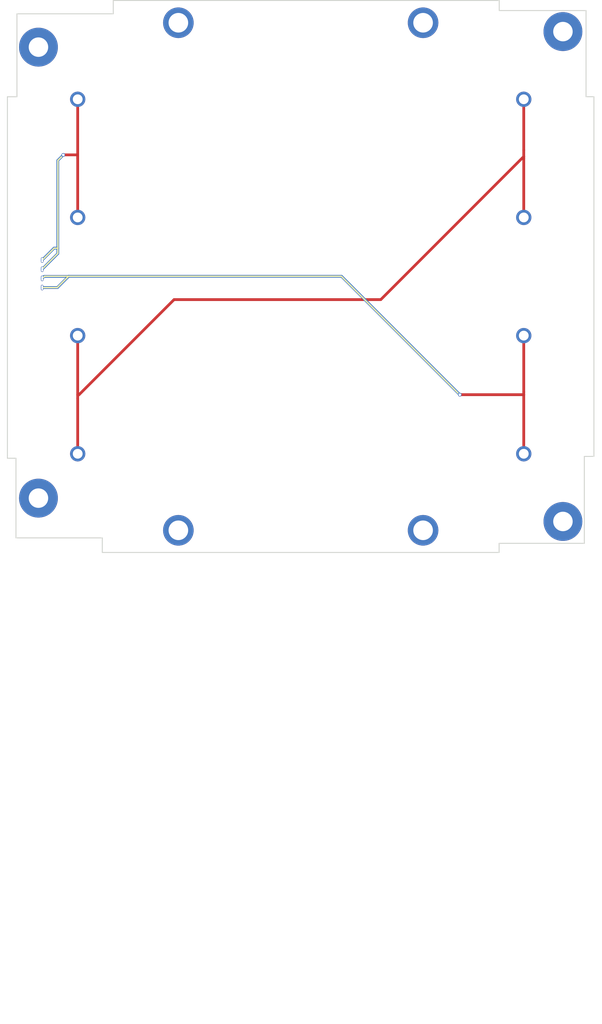
<source format=kicad_pcb>
(kicad_pcb (version 4) (host pcbnew 4.0.7)

  (general
    (links 0)
    (no_connects 0)
    (area 95.15 44.184999 193.75 212.245)
    (thickness 1.6)
    (drawings 36)
    (tracks 38)
    (zones 0)
    (modules 14)
    (nets 1)
  )

  (page A4)
  (layers
    (0 F.Cu signal)
    (31 B.Cu signal)
    (32 B.Adhes user)
    (33 F.Adhes user)
    (34 B.Paste user)
    (35 F.Paste user)
    (36 B.SilkS user)
    (37 F.SilkS user)
    (38 B.Mask user)
    (39 F.Mask user)
    (40 Dwgs.User user)
    (41 Cmts.User user)
    (42 Eco1.User user)
    (43 Eco2.User user)
    (44 Edge.Cuts user)
    (45 Margin user)
    (46 B.CrtYd user)
    (47 F.CrtYd user)
    (48 B.Fab user)
    (49 F.Fab user)
  )

  (setup
    (last_trace_width 0.45)
    (user_trace_width 0.45)
    (trace_clearance 0.2)
    (zone_clearance 0.508)
    (zone_45_only no)
    (trace_min 0.2)
    (segment_width 0.2)
    (edge_width 0.15)
    (via_size 0.6)
    (via_drill 0.4)
    (via_min_size 0.4)
    (via_min_drill 0.3)
    (uvia_size 0.3)
    (uvia_drill 0.1)
    (uvias_allowed no)
    (uvia_min_size 0.2)
    (uvia_min_drill 0.1)
    (pcb_text_width 0.3)
    (pcb_text_size 1.5 1.5)
    (mod_edge_width 0.15)
    (mod_text_size 1 1)
    (mod_text_width 0.15)
    (pad_size 5 5)
    (pad_drill 3.2)
    (pad_to_mask_clearance 0.2)
    (aux_axis_origin 0 0)
    (visible_elements 7FFFFFFF)
    (pcbplotparams
      (layerselection 0x010f0_80000001)
      (usegerberextensions false)
      (excludeedgelayer true)
      (linewidth 0.100000)
      (plotframeref false)
      (viasonmask false)
      (mode 1)
      (useauxorigin false)
      (hpglpennumber 1)
      (hpglpenspeed 20)
      (hpglpendiameter 15)
      (hpglpenoverlay 2)
      (psnegative false)
      (psa4output false)
      (plotreference true)
      (plotvalue true)
      (plotinvisibletext false)
      (padsonsilk false)
      (subtractmaskfromsilk false)
      (outputformat 1)
      (mirror false)
      (drillshape 0)
      (scaleselection 1)
      (outputdirectory ""))
  )

  (net 0 "")

  (net_class Default "This is the default net class."
    (clearance 0.2)
    (trace_width 0.25)
    (via_dia 0.6)
    (via_drill 0.4)
    (uvia_dia 0.3)
    (uvia_drill 0.1)
  )

  (module QSAT:harness (layer F.Cu) (tedit 5AF8AF14) (tstamp 5AF8AF1C)
    (at 163.19 210.67)
    (fp_text reference "" (at 0 0.5) (layer F.SilkS)
      (effects (font (size 1 1) (thickness 0.15)))
    )
    (fp_text value "" (at 0 -0.5) (layer F.Fab)
      (effects (font (size 1 1) (thickness 0.15)))
    )
    (pad 1 thru_hole circle (at 1.315 -79.87) (size 5 5) (drill 3.2) (layers *.Cu *.Mask))
  )

  (module QSAT:harness (layer F.Cu) (tedit 5AF8AEB7) (tstamp 5AF8AEFE)
    (at 164.505 48.28)
    (fp_text reference "" (at 0 0.5) (layer F.SilkS)
      (effects (font (size 1 1) (thickness 0.15)))
    )
    (fp_text value "" (at 0 -0.5) (layer F.Fab)
      (effects (font (size 1 1) (thickness 0.15)))
    )
    (pad 1 thru_hole circle (at 0 -0.38) (size 5 5) (drill 3.2) (layers *.Cu *.Mask))
  )

  (module QSAT:pc104holes (layer F.Cu) (tedit 5AEF5095) (tstamp 5AEF5061)
    (at 187.555 129.705)
    (fp_text reference "" (at 5.97 -2.94) (layer F.SilkS)
      (effects (font (size 1 1) (thickness 0.15)))
    )
    (fp_text value "" (at 0.01 -4.27) (layer F.Fab)
      (effects (font (size 1 1) (thickness 0.15)))
    )
    (pad 1 thru_hole circle (at -0.19 -0.35) (size 6.35 6.35) (drill 3.18) (layers *.Cu *.Mask))
  )

  (module QSAT:pc104holes (layer F.Cu) (tedit 5AEF5057) (tstamp 5AEF4FAE)
    (at 187.565 49.585)
    (fp_text reference "" (at 5.97 -2.94) (layer F.SilkS)
      (effects (font (size 1 1) (thickness 0.15)))
    )
    (fp_text value "" (at 0.01 -4.27) (layer F.Fab)
      (effects (font (size 1 1) (thickness 0.15)))
    )
    (pad 1 thru_hole circle (at -0.2 -0.24) (size 6.35 6.35) (drill 3.18) (layers *.Cu *.Mask))
  )

  (module QSAT:pc104holes (layer F.Cu) (tedit 5AEF4F6F) (tstamp 5AEF4F30)
    (at 101.975 129.815)
    (fp_text reference "" (at 5.97 -2.94) (layer F.SilkS)
      (effects (font (size 1 1) (thickness 0.15)))
    )
    (fp_text value "" (at 0.01 -4.27) (layer F.Fab)
      (effects (font (size 1 1) (thickness 0.15)))
    )
    (pad 1 thru_hole circle (at -0.34 -4.27) (size 6.35 6.35) (drill 3.18) (layers *.Cu *.Mask))
  )

  (module QSAT:input (layer F.Cu) (tedit 5AEF49CB) (tstamp 5A8DEA8F)
    (at 193.3 99.4)
    (fp_text reference "" (at 0 0.5) (layer F.SilkS)
      (effects (font (size 1 1) (thickness 0.15)))
    )
    (fp_text value "" (at 0 -0.5) (layer F.Fab)
      (effects (font (size 1 1) (thickness 0.15)))
    )
  )

  (module QSAT:input (layer F.Cu) (tedit 5AEF49C5) (tstamp 5A8DEA8A)
    (at 193.2 113.7)
    (fp_text reference "" (at 0 0.5) (layer F.SilkS)
      (effects (font (size 1 1) (thickness 0.15)))
    )
    (fp_text value "" (at 0 -0.5) (layer F.Fab)
      (effects (font (size 1 1) (thickness 0.15)))
    )
  )

  (module QSAT:input (layer F.Cu) (tedit 5AEF49AC) (tstamp 5A8DEA84)
    (at 95.6 75.3)
    (fp_text reference "" (at 0 0.5) (layer F.SilkS)
      (effects (font (size 1 1) (thickness 0.15)))
    )
    (fp_text value "" (at 0 -0.5) (layer F.Fab)
      (effects (font (size 1 1) (thickness 0.15)))
    )
  )

  (module QSAT:input (layer F.Cu) (tedit 5AEF49B4) (tstamp 5A8DEA55)
    (at 95.7 60.9)
    (fp_text reference "" (at 0 0.5) (layer F.SilkS)
      (effects (font (size 1 1) (thickness 0.15)))
    )
    (fp_text value "" (at 0 -0.5) (layer F.Fab)
      (effects (font (size 1 1) (thickness 0.15)))
    )
  )

  (module QSAT:battery (layer F.Cu) (tedit 5A8DEA83) (tstamp 5A84FEB2)
    (at 116.7 60.4)
    (fp_text reference "" (at 0.29 -3.9) (layer F.SilkS)
      (effects (font (size 1 1) (thickness 0.15)))
    )
    (fp_text value "" (at 0.15 -5.65) (layer F.Fab)
      (effects (font (size 1 1) (thickness 0.15)))
    )
    (pad 2 thru_hole circle (at -8.65 0) (size 2.5 2.5) (drill 1.6) (layers *.Cu *.Mask))
    (pad 4 thru_hole circle (at 64.26 0) (size 2.5 2.5) (drill 1.6) (layers *.Cu *.Mask))
    (pad 10 thru_hole circle (at -8.65 19.3) (size 2.5 2.5) (drill 1.6) (layers *.Cu *.Mask))
    (pad 11 thru_hole circle (at -8.65 38.6) (size 2.5 2.5) (drill 1.6) (layers *.Cu *.Mask))
    (pad 12 thru_hole circle (at -8.65 57.9) (size 2.5 2.5) (drill 1.6) (layers *.Cu *.Mask))
    (pad 13 thru_hole circle (at 64.26 19.3) (size 2.5 2.5) (drill 1.6) (layers *.Cu *.Mask))
    (pad 14 thru_hole circle (at 64.26 38.6) (size 2.5 2.5) (drill 1.6) (layers *.Cu *.Mask))
    (pad 15 thru_hole circle (at 64.26 57.9) (size 2.5 2.5) (drill 1.6) (layers *.Cu *.Mask))
  )

  (module QSAT:pc104holes (layer F.Cu) (tedit 5AEF4E09) (tstamp 5AEF4E26)
    (at 101.635 51.885)
    (fp_text reference "" (at 5.97 -2.94) (layer F.SilkS)
      (effects (font (size 1 1) (thickness 0.15)))
    )
    (fp_text value "" (at 0.01 -4.27) (layer F.Fab)
      (effects (font (size 1 1) (thickness 0.15)))
    )
    (pad 1 thru_hole circle (at 0 0) (size 6.35 6.35) (drill 3.18) (layers *.Cu *.Mask))
  )

  (module QSAT:harness (layer F.Cu) (tedit 5AF8AE3B) (tstamp 5AF8AEF3)
    (at 124.505 47.9)
    (fp_text reference "" (at 0 0.5) (layer F.SilkS)
      (effects (font (size 1 1) (thickness 0.15)))
    )
    (fp_text value "" (at 0 -0.5) (layer F.Fab)
      (effects (font (size 1 1) (thickness 0.15)))
    )
    (pad 1 thru_hole circle (at 0 0) (size 5 5) (drill 3.2) (layers *.Cu *.Mask))
  )

  (module QSAT:harness (layer F.Cu) (tedit 5AF8AE3B) (tstamp 5AF8AF11)
    (at 124.505 130.8)
    (fp_text reference "" (at 0 0.5) (layer F.SilkS)
      (effects (font (size 1 1) (thickness 0.15)))
    )
    (fp_text value "" (at 0 -0.5) (layer F.Fab)
      (effects (font (size 1 1) (thickness 0.15)))
    )
    (pad 1 thru_hole circle (at 0 0) (size 5 5) (drill 3.2) (layers *.Cu *.Mask))
  )

  (module QSAT:connector (layer F.Cu) (tedit 5AFF3D0C) (tstamp 5AFF3D01)
    (at 102.24 88.9 90)
    (fp_text reference "" (at -0.3 -2.21 90) (layer F.SilkS)
      (effects (font (size 1 1) (thickness 0.15)))
    )
    (fp_text value "" (at -0.3 -3.21 90) (layer F.Fab)
      (effects (font (size 1 1) (thickness 0.15)))
    )
    (pad 21 thru_hole oval (at -2.253 0 90) (size 0.9 0.4) (drill oval 0.75 0.25) (layers *.Cu *.Mask))
    (pad 31 thru_hole oval (at -0.756 0 90) (size 0.9 0.4) (drill oval 0.75 0.25) (layers *.Cu *.Mask))
    (pad 41 thru_hole oval (at 0.741 0 90) (size 0.9 0.4) (drill oval 0.75 0.25) (layers *.Cu *.Mask))
    (pad 51 thru_hole oval (at 2.238 0 90) (size 0.9 0.4) (drill oval 0.75 0.25) (layers *.Cu *.Mask))
  )

  (gr_line (start 151.13 89.3) (end 170.21 108.38) (angle 90) (layer F.SilkS) (width 0.2))
  (gr_line (start 106.59 89.3) (end 151.13 89.3) (angle 90) (layer F.SilkS) (width 0.2))
  (gr_line (start 102.47 89.48) (end 102.49 89.46) (angle 90) (layer F.SilkS) (width 0.2))
  (gr_line (start 102.65 89.3) (end 102.47 89.48) (angle 90) (layer F.SilkS) (width 0.2))
  (gr_line (start 106.56 89.3) (end 102.65 89.3) (angle 90) (layer F.SilkS) (width 0.2))
  (gr_line (start 106.5 89.36) (end 106.56 89.3) (angle 90) (layer F.SilkS) (width 0.2))
  (gr_line (start 104.7 91.16) (end 106.5 89.36) (angle 90) (layer F.SilkS) (width 0.2))
  (gr_line (start 102.44 91.16) (end 104.7 91.16) (angle 90) (layer F.SilkS) (width 0.2))
  (gr_line (start 104.82 70.38) (end 105.41 69.79) (angle 90) (layer F.SilkS) (width 0.2))
  (gr_line (start 104.82 84.71) (end 104.82 70.38) (angle 90) (layer F.SilkS) (width 0.2))
  (gr_line (start 102.26 88.12) (end 102.26 88.13) (angle 90) (layer F.SilkS) (width 0.2))
  (gr_line (start 104.81 85.57) (end 102.26 88.12) (angle 90) (layer F.SilkS) (width 0.2))
  (gr_line (start 104.81 84.72) (end 104.81 85.57) (angle 90) (layer F.SilkS) (width 0.2))
  (gr_line (start 104.2 84.72) (end 104.81 84.72) (angle 90) (layer F.SilkS) (width 0.2))
  (gr_line (start 102.24 86.68) (end 104.2 84.72) (angle 90) (layer F.SilkS) (width 0.2))
  (gr_line (start 190.86 118.73) (end 192.43 118.73) (angle 90) (layer Edge.Cuts) (width 0.15))
  (gr_line (start 192.43 59.98) (end 192.43 118.73) (angle 90) (layer Edge.Cuts) (width 0.15))
  (gr_line (start 176.95 45.91) (end 191.14 45.91) (angle 90) (layer Edge.Cuts) (width 0.15))
  (gr_line (start 191.14 59.98) (end 191.14 45.91) (angle 90) (layer Edge.Cuts) (width 0.15))
  (gr_line (start 192.43 59.98) (end 191.14 59.98) (angle 90) (layer Edge.Cuts) (width 0.15))
  (gr_line (start 113.86 44.26) (end 176.95 44.26) (angle 90) (layer Edge.Cuts) (width 0.15))
  (gr_line (start 176.95 44.28) (end 176.95 45.91) (angle 90) (layer Edge.Cuts) (width 0.15))
  (gr_line (start 176.93 132.93) (end 190.86 132.93) (angle 90) (layer Edge.Cuts) (width 0.15))
  (gr_line (start 190.86 118.73) (end 190.86 132.93) (angle 90) (layer Edge.Cuts) (width 0.15))
  (gr_line (start 112.07 134.42) (end 176.93 134.42) (angle 90) (layer Edge.Cuts) (width 0.15))
  (gr_line (start 176.93 134.41) (end 176.93 132.93) (angle 90) (layer Edge.Cuts) (width 0.15))
  (gr_line (start 97.96 119.03) (end 97.96 132.04) (angle 90) (layer Edge.Cuts) (width 0.15))
  (gr_line (start 112.07 132.04) (end 97.96 132.04) (angle 90) (layer Edge.Cuts) (width 0.15))
  (gr_line (start 112.07 134.42) (end 112.07 132.04) (angle 90) (layer Edge.Cuts) (width 0.15))
  (gr_line (start 96.56 59.99) (end 98.12 59.99) (angle 90) (layer Edge.Cuts) (width 0.15))
  (gr_line (start 96.56 119.03) (end 96.56 59.99) (angle 90) (layer Edge.Cuts) (width 0.15))
  (gr_line (start 97.67 119.03) (end 97.96 119.03) (angle 90) (layer Edge.Cuts) (width 0.15))
  (gr_line (start 96.56 119.03) (end 97.73 119.03) (angle 90) (layer Edge.Cuts) (width 0.15))
  (gr_line (start 98.12 59.99) (end 98.12 46.44) (angle 90) (layer Edge.Cuts) (width 0.15))
  (gr_line (start 113.86 46.44) (end 98.12 46.44) (angle 90) (layer Edge.Cuts) (width 0.15))
  (gr_line (start 113.86 44.26) (end 113.86 46.44) (angle 90) (layer Edge.Cuts) (width 0.15))

  (segment (start 106.565 89.325) (end 102.571 89.325) (width 0.45) (layer B.Cu) (net 0))
  (segment (start 102.571 89.325) (end 102.24 89.656) (width 0.45) (layer B.Cu) (net 0) (tstamp 5AFF493A) (status 800000))
  (segment (start 180.96 108.65) (end 170.51 108.65) (width 0.45) (layer F.Cu) (net 0))
  (segment (start 104.737 91.153) (end 102.24 91.153) (width 0.45) (layer B.Cu) (net 0) (tstamp 5AFF4935) (status 800000))
  (segment (start 106.58 89.31) (end 106.565 89.325) (width 0.45) (layer B.Cu) (net 0) (tstamp 5AFF492D))
  (segment (start 106.565 89.325) (end 104.737 91.153) (width 0.45) (layer B.Cu) (net 0) (tstamp 5AFF4938))
  (segment (start 151.17 89.31) (end 106.58 89.31) (width 0.45) (layer B.Cu) (net 0) (tstamp 5AFF4923))
  (segment (start 170.51 108.65) (end 151.17 89.31) (width 0.45) (layer B.Cu) (net 0) (tstamp 5AFF4922))
  (via (at 170.51 108.65) (size 0.6) (drill 0.4) (layers F.Cu B.Cu) (net 0))
  (segment (start 104.8 84.71) (end 104.8 70.39) (width 0.45) (layer B.Cu) (net 0))
  (segment (start 105.71 69.48) (end 108.05 69.48) (width 0.45) (layer F.Cu) (net 0) (tstamp 5AFF490A))
  (segment (start 105.7 69.49) (end 105.71 69.48) (width 0.45) (layer F.Cu) (net 0) (tstamp 5AFF4909))
  (via (at 105.7 69.49) (size 0.6) (drill 0.4) (layers F.Cu B.Cu) (net 0))
  (segment (start 104.8 70.39) (end 105.7 69.49) (width 0.45) (layer B.Cu) (net 0) (tstamp 5AFF4902))
  (segment (start 104.8 84.71) (end 104.192 84.71) (width 0.45) (layer B.Cu) (net 0))
  (segment (start 104.192 84.71) (end 102.24 86.662) (width 0.45) (layer B.Cu) (net 0) (tstamp 5AFF48E4) (status 800000))
  (segment (start 104.8 85.599) (end 102.24 88.159) (width 0.45) (layer B.Cu) (net 0) (tstamp 5AFF48DD) (status 800000))
  (segment (start 104.8 84.71) (end 104.8 85.599) (width 0.45) (layer B.Cu) (net 0) (tstamp 5AFF48E2))
  (segment (start 123.83 93.12) (end 157.59 93.12) (width 0.45) (layer F.Cu) (net 0))
  (segment (start 157.59 93.12) (end 180.96 69.75) (width 0.45) (layer F.Cu) (net 0) (tstamp 5AEB7FEE))
  (segment (start 108.05 108.66) (end 108.26 108.66) (width 0.45) (layer F.Cu) (net 0))
  (segment (start 123.8 93.12) (end 123.83 93.12) (width 0.45) (layer F.Cu) (net 0) (tstamp 5AEB7FEA))
  (segment (start 108.26 108.66) (end 123.8 93.12) (width 0.45) (layer F.Cu) (net 0) (tstamp 5AEB7FD8))
  (segment (start 108.05 118.3) (end 108.05 109.25) (width 0.45) (layer F.Cu) (net 0))
  (segment (start 108.05 109.25) (end 108.05 108.66) (width 0.45) (layer F.Cu) (net 0) (tstamp 5A85000E))
  (segment (start 108.05 108.66) (end 108.05 99) (width 0.45) (layer F.Cu) (net 0) (tstamp 5A8A02B4))
  (segment (start 180.96 118.3) (end 180.96 108.65) (width 0.45) (layer F.Cu) (net 0))
  (segment (start 180.96 108.65) (end 180.96 108.2) (width 0.45) (layer F.Cu) (net 0) (tstamp 5A8A02D3))
  (segment (start 180.96 108.2) (end 180.96 99) (width 0.45) (layer F.Cu) (net 0) (tstamp 5A850020))
  (segment (start 180.96 60.4) (end 180.96 68.7) (width 0.45) (layer F.Cu) (net 0))
  (segment (start 180.96 68.7) (end 180.96 69.75) (width 0.45) (layer F.Cu) (net 0) (tstamp 5A84FFFD))
  (segment (start 180.96 69.75) (end 180.96 70.05) (width 0.45) (layer F.Cu) (net 0) (tstamp 5AEB7FF5))
  (segment (start 180.96 70.05) (end 180.96 79.7) (width 0.45) (layer F.Cu) (net 0) (tstamp 5A8A01F9))
  (segment (start 108.05 79.7) (end 108.05 70.05) (width 0.45) (layer F.Cu) (net 0))
  (segment (start 108.05 69.82) (end 108.05 69.48) (width 0.45) (layer F.Cu) (net 0) (tstamp 5AFF48D4))
  (segment (start 108.05 70.05) (end 108.05 69.82) (width 0.45) (layer F.Cu) (net 0) (tstamp 5A89F85D))
  (segment (start 108.05 69.48) (end 108.05 69.3) (width 0.45) (layer F.Cu) (net 0) (tstamp 5AFF4911))
  (segment (start 108.05 69.3) (end 108.05 60.4) (width 0.45) (layer F.Cu) (net 0) (tstamp 5A850014))

)

</source>
